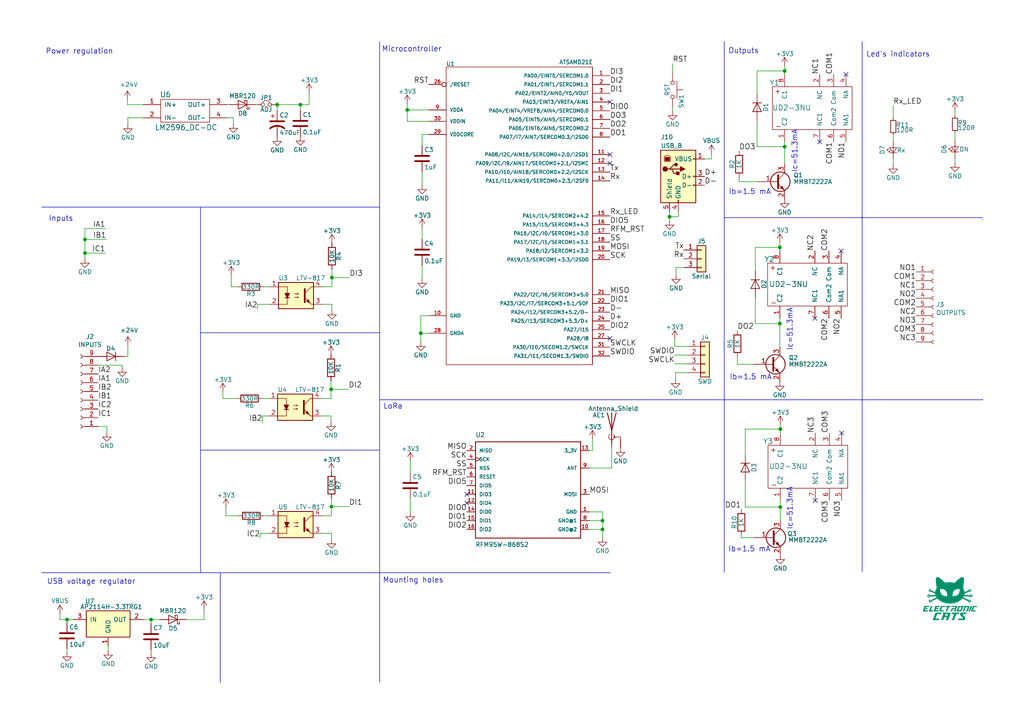
<source format=kicad_sch>
(kicad_sch (version 20230121) (generator eeschema)
  (paper "A4")
  (title_block (title "CatWAN Relay") (date "2020-10-18") (rev "1.0") (company "Electronic Cats") (comment 1 "Eduardo Contreras"))
  (junction (at 80.391 30.353))
  (junction (at 227.584 42.545))
  (junction (at 122.047 96.647))
  (junction (at 174.752 153.543))
  (junction (at 96.012 112.903))
  (junction (at 19.431 179.705))
  (junction (at 226.187 93.853))
  (junction (at 118.11 31.877))
  (junction (at 226.314 124.46))
  (junction (at 174.752 151.003))
  (junction (at 24.638 73.406))
  (junction (at 24.638 69.469))
  (junction (at 96.266 80.518))
  (junction (at 87.122 30.353))
  (junction (at 194.183 62.865))
  (junction (at 226.314 147.066))
  (junction (at 226.187 71.755))
  (junction (at 227.584 20.574))
  (junction (at 96.139 146.939))
  (junction (at 43.815 179.705))
  (no_connect (at 176.911 29.591))
  (no_connect (at 135.382 145.923))
  (no_connect (at 176.911 47.371))
  (no_connect (at 176.911 44.831))
  (no_connect (at 245.364 21.59))
  (no_connect (at 236.474 145.161))
  (no_connect (at 176.911 98.171))
  (no_connect (at 243.967 72.771))
  (no_connect (at 236.347 92.329))
  (no_connect (at 244.094 125.603))
  (no_connect (at 135.382 143.383))
  (no_connect (at 237.744 41.148))
  (wire (pts (xy 259.08 46.101) (xy 259.08 47.752)))
  (wire (pts (xy 215.011 155.956) (xy 215.011 155.321)))
  (wire (pts (xy 96.266 80.518) (xy 96.266 83.185)))
  (wire (pts (xy 170.942 135.763) (xy 177.419 135.763)))
  (wire (pts (xy 37.084 36.068) (xy 37.084 34.163)))
  (wire (pts (xy 216.154 131.826) (xy 216.154 124.46)))
  (wire (pts (xy 68.58 115.57) (xy 64.643 115.57)))
  (wire (pts (xy 36.957 30.353) (xy 41.529 30.353)))
  (wire (pts (xy 276.987 33.528) (xy 276.987 32.258)))
  (wire (pts (xy 67.691 35.941) (xy 67.691 34.163)))
  (wire (pts (xy 80.391 30.353) (xy 87.122 30.353)))
  (wire (pts (xy 30.988 125.476) (xy 30.988 123.698)))
  (polyline (pts (xy 284.988 63.754) (xy 284.988 63.627)))
  (wire (pts (xy 76.708 149.606) (xy 78.105 149.606)))
  (polyline (pts (xy 250.063 115.951) (xy 250.063 165.862)))
  (wire (pts (xy 122.428 66.04) (xy 122.428 69.342)))
  (polyline (pts (xy 250.063 12.065) (xy 250.063 115.824)))
  (wire (pts (xy 96.139 149.606) (xy 93.345 149.606)))
  (wire (pts (xy 174.752 153.543) (xy 174.752 155.956)))
  (wire (pts (xy 36.957 28.956) (xy 36.957 30.353)))
  (wire (pts (xy 36.068 103.378) (xy 37.084 103.378)))
  (wire (pts (xy 24.638 69.469) (xy 24.638 73.406)))
  (wire (pts (xy 276.987 40.767) (xy 276.987 38.608)))
  (wire (pts (xy 226.187 71.755) (xy 226.187 72.771)))
  (wire (pts (xy 96.266 83.185) (xy 93.472 83.185)))
  (wire (pts (xy 226.187 92.329) (xy 226.187 93.853)))
  (wire (pts (xy 76.073 120.65) (xy 77.978 120.65)))
  (wire (pts (xy 74.168 30.353) (xy 74.676 30.353)))
  (wire (pts (xy 21.209 179.705) (xy 19.431 179.705)))
  (wire (pts (xy 122.047 91.567) (xy 122.047 96.647)))
  (wire (pts (xy 226.314 147.066) (xy 226.314 150.876)))
  (wire (pts (xy 41.529 179.705) (xy 43.815 179.705)))
  (wire (pts (xy 67.056 79.756) (xy 67.056 83.185)))
  (wire (pts (xy 122.047 91.567) (xy 124.333 91.567)))
  (wire (pts (xy 87.122 30.353) (xy 87.122 32.004)))
  (wire (pts (xy 199.39 105.537) (xy 195.707 105.537)))
  (wire (pts (xy 196.723 61.341) (xy 196.723 62.865)))
  (wire (pts (xy 118.999 148.59) (xy 118.999 144.653)))
  (wire (pts (xy 219.075 93.853) (xy 226.187 93.853)))
  (wire (pts (xy 219.583 20.574) (xy 227.584 20.574)))
  (wire (pts (xy 77.978 115.57) (xy 76.2 115.57)))
  (wire (pts (xy 194.183 62.865) (xy 194.183 61.341)))
  (wire (pts (xy 219.583 42.545) (xy 227.584 42.545)))
  (wire (pts (xy 101.346 80.518) (xy 96.266 80.518)))
  (wire (pts (xy 74.676 88.265) (xy 78.232 88.265)))
  (wire (pts (xy 174.752 151.003) (xy 174.752 153.543)))
  (wire (pts (xy 227.584 19.177) (xy 227.584 20.574)))
  (wire (pts (xy 76.073 122.555) (xy 76.073 120.65)))
  (wire (pts (xy 195.707 102.997) (xy 199.39 102.997)))
  (wire (pts (xy 177.419 135.763) (xy 177.419 129.921)))
  (wire (pts (xy 35.433 106.68) (xy 35.433 105.918)))
  (wire (pts (xy 96.139 156.464) (xy 96.139 154.686)))
  (wire (pts (xy 69.088 149.606) (xy 65.532 149.606)))
  (wire (pts (xy 87.122 30.353) (xy 89.662 30.353)))
  (wire (pts (xy 226.314 124.46) (xy 226.314 125.603)))
  (wire (pts (xy 96.139 144.526) (xy 96.139 146.939)))
  (wire (pts (xy 64.643 115.57) (xy 64.643 113.665)))
  (wire (pts (xy 37.084 103.378) (xy 37.084 100.203)))
  (wire (pts (xy 219.583 27.305) (xy 219.583 20.574)))
  (wire (pts (xy 19.431 189.23) (xy 19.431 188.214)))
  (wire (pts (xy 171.831 127.381) (xy 171.831 130.683)))
  (wire (pts (xy 24.638 73.406) (xy 24.638 75.057)))
  (wire (pts (xy 195.072 18.415) (xy 195.072 20.955)))
  (wire (pts (xy 53.975 179.705) (xy 59.182 179.705)))
  (polyline (pts (xy 210.058 63.119) (xy 249.936 63.119)))
  (wire (pts (xy 96.266 88.265) (xy 93.472 88.265)))
  (polyline (pts (xy 110.109 115.951) (xy 284.988 115.951)))
  (wire (pts (xy 35.433 105.918) (xy 28.448 105.918)))
  (wire (pts (xy 37.084 34.163) (xy 41.529 34.163)))
  (wire (pts (xy 65.913 30.353) (xy 66.548 30.353)))
  (wire (pts (xy 227.584 42.545) (xy 227.584 47.625)))
  (wire (pts (xy 195.707 100.457) (xy 195.707 98.425)))
  (wire (pts (xy 80.391 30.353) (xy 80.391 32.131)))
  (polyline (pts (xy 110.109 96.52) (xy 58.166 96.52)))
  (wire (pts (xy 17.399 179.705) (xy 17.399 178.054)))
  (wire (pts (xy 214.376 52.705) (xy 214.376 51.435)))
  (wire (pts (xy 76.581 83.185) (xy 78.232 83.185)))
  (polyline (pts (xy 63.881 197.993) (xy 63.881 166.116)))
  (wire (pts (xy 259.08 30.607) (xy 259.08 34.163)))
  (wire (pts (xy 101.219 146.939) (xy 96.139 146.939)))
  (wire (pts (xy 43.815 179.705) (xy 46.355 179.705)))
  (wire (pts (xy 170.942 151.003) (xy 174.752 151.003)))
  (wire (pts (xy 276.987 45.847) (xy 276.987 47.244)))
  (wire (pts (xy 122.047 96.647) (xy 122.047 99.187)))
  (wire (pts (xy 118.11 35.179) (xy 124.333 35.179)))
  (wire (pts (xy 219.075 86.233) (xy 219.075 93.853)))
  (wire (pts (xy 195.072 32.258) (xy 195.072 31.115)))
  (wire (pts (xy 195.961 109.982) (xy 195.961 108.077)))
  (wire (pts (xy 96.012 120.65) (xy 93.218 120.65)))
  (wire (pts (xy 79.756 30.353) (xy 80.391 30.353)))
  (wire (pts (xy 30.988 123.698) (xy 28.448 123.698)))
  (wire (pts (xy 96.139 154.686) (xy 93.345 154.686)))
  (wire (pts (xy 124.333 31.877) (xy 118.11 31.877)))
  (wire (pts (xy 19.431 180.594) (xy 19.431 179.705)))
  (wire (pts (xy 219.075 71.755) (xy 226.187 71.755)))
  (wire (pts (xy 96.139 146.939) (xy 96.139 149.606)))
  (wire (pts (xy 216.154 124.46) (xy 226.314 124.46)))
  (wire (pts (xy 259.08 41.021) (xy 259.08 39.243)))
  (wire (pts (xy 75.438 154.686) (xy 78.105 154.686)))
  (wire (pts (xy 24.638 66.294) (xy 30.607 66.294)))
  (wire (pts (xy 226.314 123.19) (xy 226.314 124.46)))
  (polyline (pts (xy 58.166 60.071) (xy 58.166 166.116)))
  (wire (pts (xy 219.583 34.925) (xy 219.583 42.545)))
  (wire (pts (xy 170.942 153.543) (xy 174.752 153.543)))
  (wire (pts (xy 19.431 179.705) (xy 17.399 179.705)))
  (wire (pts (xy 75.438 156.083) (xy 75.438 154.686)))
  (wire (pts (xy 213.868 103.505) (xy 213.868 105.664)))
  (wire (pts (xy 194.183 64.008) (xy 194.183 62.865)))
  (wire (pts (xy 74.676 89.662) (xy 74.676 88.265)))
  (wire (pts (xy 174.752 148.463) (xy 174.752 151.003)))
  (wire (pts (xy 68.961 83.185) (xy 67.056 83.185)))
  (wire (pts (xy 196.088 79.756) (xy 196.088 77.597)))
  (wire (pts (xy 227.584 41.148) (xy 227.584 42.545)))
  (wire (pts (xy 30.861 69.469) (xy 24.638 69.469)))
  (wire (pts (xy 96.012 110.49) (xy 96.012 112.903)))
  (polyline (pts (xy 12.065 166.116) (xy 177.038 166.116)))
  (wire (pts (xy 218.694 155.956) (xy 215.011 155.956)))
  (wire (pts (xy 67.691 34.163) (xy 65.913 34.163)))
  (wire (pts (xy 216.154 139.446) (xy 216.154 147.066)))
  (wire (pts (xy 118.11 30.099) (xy 118.11 31.877)))
  (wire (pts (xy 195.961 108.077) (xy 199.39 108.077)))
  (wire (pts (xy 216.154 147.066) (xy 226.314 147.066)))
  (wire (pts (xy 199.39 100.457) (xy 195.707 100.457)))
  (wire (pts (xy 124.333 96.647) (xy 122.047 96.647)))
  (wire (pts (xy 65.532 149.606) (xy 65.532 147.193)))
  (wire (pts (xy 226.314 145.161) (xy 226.314 147.066)))
  (wire (pts (xy 43.815 189.484) (xy 43.815 188.468)))
  (wire (pts (xy 118.999 133.731) (xy 118.999 137.033)))
  (wire (pts (xy 219.075 78.613) (xy 219.075 71.755)))
  (wire (pts (xy 196.088 77.597) (xy 198.374 77.597)))
  (polyline (pts (xy 250.063 63.119) (xy 284.988 63.119)))
  (wire (pts (xy 226.187 93.853) (xy 226.187 100.584)))
  (polyline (pts (xy 249.936 63.119) (xy 249.936 62.992)))
  (wire (pts (xy 43.815 180.848) (xy 43.815 179.705)))
  (wire (pts (xy 122.428 42.164) (xy 122.428 38.989)))
  (wire (pts (xy 24.638 69.469) (xy 24.638 66.294)))
  (wire (pts (xy 31.369 187.325) (xy 31.369 188.722)))
  (wire (pts (xy 171.831 130.683) (xy 170.942 130.683)))
  (wire (pts (xy 96.266 78.105) (xy 96.266 80.518)))
  (wire (pts (xy 227.584 20.574) (xy 227.584 21.59)))
  (wire (pts (xy 89.662 30.353) (xy 89.662 26.797)))
  (wire (pts (xy 122.428 80.899) (xy 122.428 76.962)))
  (polyline (pts (xy 12.065 60.071) (xy 110.109 60.071)))
  (polyline (pts (xy 284.988 115.951) (xy 284.988 115.824)))
  (polyline (pts (xy 210.058 12.065) (xy 210.058 165.989)))
  (wire (pts (xy 196.723 62.865) (xy 194.183 62.865)))
  (wire (pts (xy 96.266 90.043) (xy 96.266 88.265)))
  (wire (pts (xy 174.752 148.463) (xy 170.942 148.463)))
  (wire (pts (xy 226.187 70.358) (xy 226.187 71.755)))
  (wire (pts (xy 96.012 112.903) (xy 96.012 115.57)))
  (wire (pts (xy 118.11 31.877) (xy 118.11 35.179)))
  (wire (pts (xy 122.428 38.989) (xy 124.333 38.989)))
  (polyline (pts (xy 109.982 130.556) (xy 58.166 130.556)))
  (wire (pts (xy 96.012 115.57) (xy 93.218 115.57)))
  (wire (pts (xy 206.375 44.577) (xy 206.375 46.101)))
  (wire (pts (xy 59.182 179.705) (xy 59.182 176.784)))
  (wire (pts (xy 30.607 73.406) (xy 24.638 73.406)))
  (wire (pts (xy 213.868 105.664) (xy 218.567 105.664)))
  (wire (pts (xy 101.092 112.903) (xy 96.012 112.903)))
  (polyline (pts (xy 110.109 12.065) (xy 110.109 197.866)))
  (wire (pts (xy 122.428 53.721) (xy 122.428 49.784)))
  (wire (pts (xy 219.964 52.705) (xy 214.376 52.705)))
  (wire (pts (xy 96.012 122.428) (xy 96.012 120.65)))
  (wire (pts (xy 206.375 46.101) (xy 204.343 46.101)))
  (image (at 275.463 173.609))
  (text "Ic=51.3mA" (at 229.997 153.797 90) (effects (font (size 1.524 1.524)) (justify left bottom)))
  (text "Power regulation" (at 13.208 15.875 0) (effects (font (size 1.524 1.524)) (justify left bottom)))
  (text "Inputs\n" (at 14.097 64.389 0) (effects (font (size 1.524 1.524)) (justify left bottom)))
  (text "Ib=1.5 mA " (at 211.201 160.274 0) (effects (font (size 1.524 1.524)) (justify left bottom)))
  (text "LoRa" (at 111.125 118.872 0) (effects (font (size 1.524 1.524)) (justify left bottom)))
  (text "Led's indicators" (at 251.206 16.764 0) (effects (font (size 1.524 1.524)) (justify left bottom)))
  (text "Outputs" (at 211.201 15.748 0) (effects (font (size 1.524 1.524)) (justify left bottom)))
  (text "Ic=51.3mA" (at 231.394 50.165 90) (effects (font (size 1.524 1.524)) (justify left bottom)))
  (text "Mounting holes" (at 110.998 169.291 0) (effects (font (size 1.524 1.524)) (justify left bottom)))
  (text "Microcontroller" (at 110.744 15.24 0) (effects (font (size 1.524 1.524)) (justify left bottom)))
  (text "Ic=51.3mA" (at 229.997 101.854 90) (effects (font (size 1.524 1.524)) (justify left bottom)))
  (text "Ib=1.5 mA " (at 211.328 56.642 0) (effects (font (size 1.524 1.524)) (justify left bottom)))
  (text "USB voltage regulator\n" (at 13.589 169.672 0) (effects (font (size 1.524 1.524)) (justify left bottom)))
  (text "Ib=1.5 mA " (at 211.582 110.363 0) (effects (font (size 1.524 1.524)) (justify left bottom)))
  (label "IB1" (at 28.448 116.078 0) (effects (font (size 1.524 1.524))))
  (label "DI1" (at 101.219 146.939 0) (effects (font (size 1.524 1.524))))
  (label "NC2" (at 265.684 91.567 180) (effects (font (size 1.524 1.524))))
  (label "MISO" (at 176.911 85.471 0) (effects (font (size 1.524 1.524))))
  (label "MISO" (at 135.382 130.683 180) (effects (font (size 1.524 1.524))))
  (label "MOSI" (at 176.911 72.771 0) (effects (font (size 1.524 1.524))))
  (label "SWCLK" (at 176.911 100.711 0) (effects (font (size 1.524 1.524))))
  (label "NC2" (at 236.347 72.771 90) (effects (font (size 1.524 1.524))))
  (label "DI2" (at 101.092 112.903 0) (effects (font (size 1.524 1.524))))
  (label "COM2" (at 265.684 89.027 180) (effects (font (size 1.524 1.524))))
  (label "DI2" (at 176.911 24.511 0) (effects (font (size 1.524 1.524))))
  (label "IA2" (at 28.448 108.458 0) (effects (font (size 1.524 1.524))))
  (label "IC2" (at 75.438 156.083 180) (effects (font (size 1.524 1.524))))
  (label "NC3" (at 265.684 99.187 180) (effects (font (size 1.524 1.524))))
  (label "NO2" (at 243.967 92.329 270) (effects (font (size 1.524 1.524))))
  (label "DIO1" (at 176.911 88.011 0) (effects (font (size 1.524 1.524))))
  (label "DO2" (at 176.911 37.211 0) (effects (font (size 1.524 1.524))))
  (label "IC1" (at 28.448 121.158 0) (effects (font (size 1.524 1.524))))
  (label "RFM_RST" (at 135.382 138.303 180) (effects (font (size 1.524 1.524))))
  (label "DI1" (at 176.911 27.051 0) (effects (font (size 1.524 1.524))))
  (label "Tx" (at 176.911 49.911 0) (effects (font (size 1.524 1.524))))
  (label "IB2" (at 76.073 122.555 180) (effects (font (size 1.524 1.524))))
  (label "DO3" (at 176.911 34.671 0) (effects (font (size 1.524 1.524))))
  (label "IA1" (at 28.448 110.998 0) (effects (font (size 1.524 1.524))))
  (label "DI3" (at 176.911 21.971 0) (effects (font (size 1.524 1.524))))
  (label "NO1" (at 265.684 78.867 180) (effects (font (size 1.524 1.524))))
  (label "SS" (at 135.382 135.763 180) (effects (font (size 1.524 1.524))))
  (label "DO3" (at 214.376 43.815 0) (effects (font (size 1.524 1.524))))
  (label "DIO1" (at 135.382 151.003 180) (effects (font (size 1.524 1.524))))
  (label "NO1" (at 245.364 41.148 270) (effects (font (size 1.524 1.524))))
  (label "D+" (at 204.343 51.181 0) (effects (font (size 1.524 1.524))))
  (label "IC1" (at 30.607 73.406 180) (effects (font (size 1.524 1.524))))
  (label "DIO5" (at 176.911 65.151 0) (effects (font (size 1.524 1.524))))
  (label "DIO0" (at 176.911 32.131 0) (effects (font (size 1.524 1.524))))
  (label "DO1" (at 176.911 39.751 0) (effects (font (size 1.524 1.524))))
  (label "NO3" (at 265.684 94.107 180) (effects (font (size 1.524 1.524))))
  (label "COM3" (at 240.538 125.603 90) (effects (font (size 1.524 1.524))))
  (label "NO2" (at 265.684 86.487 180) (effects (font (size 1.524 1.524))))
  (label "SCK" (at 176.911 75.311 0) (effects (font (size 1.524 1.524))))
  (label "DO2" (at 213.868 95.885 0) (effects (font (size 1.524 1.524))))
  (label "SS" (at 176.911 70.231 0) (effects (font (size 1.524 1.524))))
  (label "D-" (at 204.343 53.721 0) (effects (font (size 1.524 1.524))))
  (label "SCK" (at 135.382 133.223 180) (effects (font (size 1.524 1.524))))
  (label "RST" (at 124.333 24.511 180) (effects (font (size 1.524 1.524))))
  (label "NC1" (at 265.684 83.947 180) (effects (font (size 1.524 1.524))))
  (label "IB1" (at 30.861 69.469 180) (effects (font (size 1.524 1.524))))
  (label "Rx_LED" (at 176.911 62.611 0) (effects (font (size 1.524 1.524))))
  (label "RFM_RST" (at 176.911 67.691 0) (effects (font (size 1.524 1.524))))
  (label "COM1" (at 265.684 81.407 180) (effects (font (size 1.524 1.524))))
  (label "Rx" (at 176.911 52.451 0) (effects (font (size 1.524 1.524))))
  (label "SWDIO" (at 195.707 102.997 180) (effects (font (size 1.524 1.524))))
  (label "NC3" (at 236.474 125.603 90) (effects (font (size 1.524 1.524))))
  (label "DIO0" (at 135.382 148.463 180) (effects (font (size 1.524 1.524))))
  (label "DIO2" (at 176.911 95.631 0) (effects (font (size 1.524 1.524))))
  (label "Rx_LED" (at 259.08 30.607 0) (effects (font (size 1.524 1.524))))
  (label "IB2" (at 28.448 113.538 0) (effects (font (size 1.524 1.524))))
  (label "Tx" (at 198.374 72.517 180) (effects (font (size 1.524 1.524))))
  (label "IA2" (at 74.676 89.662 180) (effects (font (size 1.524 1.524))))
  (label "DO1" (at 215.011 147.701 180) (effects (font (size 1.524 1.524))))
  (label "COM2" (at 240.411 72.771 90) (effects (font (size 1.524 1.524))))
  (label "IC2" (at 28.448 118.618 0) (effects (font (size 1.524 1.524))))
  (label "Rx" (at 198.374 75.057 180) (effects (font (size 1.524 1.524))))
  (label "COM2" (at 240.411 92.329 270) (effects (font (size 1.524 1.524))))
  (label "COM3" (at 265.684 96.647 180) (effects (font (size 1.524 1.524))))
  (label "NO3" (at 244.094 145.161 270) (effects (font (size 1.524 1.524))))
  (label "D+" (at 176.911 93.091 0) (effects (font (size 1.524 1.524))))
  (label "RST" (at 195.072 18.415 0) (effects (font (size 1.524 1.524))))
  (label "SWDIO" (at 176.911 103.251 0) (effects (font (size 1.524 1.524))))
  (label "SWCLK" (at 195.707 105.537 180) (effects (font (size 1.524 1.524))))
  (label "MOSI" (at 170.942 143.383 0) (effects (font (size 1.524 1.524))))
  (label "NC1" (at 237.744 21.59 90) (effects (font (size 1.524 1.524))))
  (label "IA1" (at 30.607 66.294 180) (effects (font (size 1.524 1.524))))
  (label "COM3" (at 240.538 145.161 270) (effects (font (size 1.524 1.524))))
  (label "DIO5" (at 135.382 140.843 180) (effects (font (size 1.524 1.524))))
  (label "DIO2" (at 135.382 153.543 180) (effects (font (size 1.524 1.524))))
  (label "COM1" (at 241.808 41.148 270) (effects (font (size 1.524 1.524))))
  (label "DI3" (at 101.346 80.518 0) (effects (font (size 1.524 1.524))))
  (label "D-" (at 176.911 90.551 0) (effects (font (size 1.524 1.524))))
  (label "COM1" (at 241.808 21.59 90) (effects (font (size 1.524 1.524))))
  (symbol (lib_id "CatWAN-Relay-rescue:SW_Push-agroin-rescue") (at 195.072 26.035 270) (unit 1)
    (property "Reference" "SW1" (at 197.612 27.305 0) (effects (justify left)))
    (property "Value" "RST" (at 193.548 26.035 0))
    (property "Footprint" "Button_Switch_SMD:SW_SPST_TL3342" (effects hide))
    (property "manf#" "-" (effects hide))
  )
  (symbol (lib_id "CatWAN-Relay-rescue:GND-agroin-rescue") (at 195.072 32.258 0) (unit 1)
    (property "Reference" "#PWR01" (effects hide))
    (property "Value" "GND" (at 195.072 36.068 0))
  )
  (symbol (lib_id "CatWAN-Relay-rescue:GND-agroin-rescue") (at 122.047 99.187 0) (unit 1)
    (property "Reference" "#PWR02" (effects hide))
    (property "Value" "GND" (at 122.047 102.997 0))
  )
  (symbol (lib_id "CatWAN-Relay-rescue:C-agroin-rescue") (at 87.122 35.814 0) (unit 1)
    (property "Reference" "C1" (at 87.757 33.274 0) (effects (justify left)))
    (property "Value" "0.1uF" (at 87.757 38.354 0) (effects (justify left)))
    (property "Footprint" "Capacitor_SMD:C_0805_2012Metric_Pad1.15x1.40mm_HandSolder" (effects hide))
    (property "manf#" "885012207072" (effects hide))
  )
  (symbol (lib_id "CatWAN-Relay-rescue:GND-agroin-rescue") (at 67.691 35.941 0) (unit 1)
    (property "Reference" "#PWR03" (effects hide))
    (property "Value" "GND" (at 67.691 39.751 0))
  )
  (symbol (lib_id "CatWAN-Relay-rescue:GND-agroin-rescue") (at 87.122 39.624 0) (unit 1)
    (property "Reference" "#PWR04" (effects hide))
    (property "Value" "GND" (at 87.122 43.434 0))
  )
  (symbol (lib_id "CatWAN-Relay-rescue:MMBT2222A-agroin-rescue") (at 225.044 52.705 0) (unit 1)
    (property "Reference" "Q1" (at 230.124 50.8 0) (effects (justify left)))
    (property "Value" "MMBT2222A" (at 230.124 52.705 0) (effects (justify left)))
    (property "Footprint" "Package_TO_SOT_SMD:SOT-23" (effects hide))
    (property "Datasheet" "https://www.mouser.mx/datasheet/2/308/MMBT2222LT1-D-1292996.pdf" (effects hide))
    (property "manf#" "MMBT2222A" (effects hide))
  )
  (symbol (lib_id "CatWAN-Relay-rescue:CP1-agroin-rescue") (at 80.391 35.941 0) (unit 1)
    (property "Reference" "C2" (at 81.026 33.401 0) (effects (justify left)))
    (property "Value" "470uF" (at 81.026 38.481 0) (effects (justify left)))
    (property "Footprint" "Capacitor_SMD:C_Elec_6.3x7.7" (effects hide))
    (property "manf#" "UUR0G471MCL1GS" (effects hide))
  )
  (symbol (lib_id "CatWAN-Relay-rescue:GND-agroin-rescue") (at 80.391 39.751 0) (unit 1)
    (property "Reference" "#PWR05" (effects hide))
    (property "Value" "GND" (at 80.391 43.561 0))
  )
  (symbol (lib_id "CatWAN-Relay-rescue:Jumper_NC_Small-agroin-rescue") (at 77.216 30.353 0) (unit 1)
    (property "Reference" "JP1" (at 77.216 28.321 0))
    (property "Value" "ADJ" (at 77.216 31.75 0))
    (property "Footprint" "Connector_PinHeader_2.54mm:PinHeader_1x02_P2.54mm_Vertical" (effects hide))
  )
  (symbol (lib_id "CatWAN-Relay-rescue:FM4007W-W-agroin-rescue") (at 219.583 31.115 270) (unit 1)
    (property "Reference" "D1" (at 222.123 31.115 0))
    (property "Value" "FM4007W-W" (effects hide))
    (property "Footprint" "agroin:F4007" (effects hide))
    (property "Datasheet" "https://www.mouser.mx/datasheet/2/345/fm4001-fm4007-1113844.pdf" (effects hide))
    (property "manf#" "FM4007W-W" (effects hide))
  )
  (symbol (lib_id "CatWAN-Relay-rescue:+3.3V-agroin-rescue") (at 89.662 26.797 0) (unit 1)
    (property "Reference" "#PWR06" (effects hide))
    (property "Value" "+3.3V" (at 89.662 23.241 0))
  )
  (symbol (lib_id "CatWAN-Relay-rescue:C-agroin-rescue") (at 122.428 73.152 0) (unit 1)
    (property "Reference" "C4" (at 123.063 70.612 0) (effects (justify left)))
    (property "Value" "0.1uF" (at 123.063 75.692 0) (effects (justify left)))
    (property "Footprint" "Capacitor_SMD:C_0805_2012Metric_Pad1.15x1.40mm_HandSolder" (effects hide))
    (property "manf#" "885012207072" (effects hide))
  )
  (symbol (lib_id "CatWAN-Relay-rescue:+3.3V-agroin-rescue") (at 122.428 66.04 0) (unit 1)
    (property "Reference" "#PWR07" (effects hide))
    (property "Value" "+3.3V" (at 122.428 62.484 0))
  )
  (symbol (lib_id "CatWAN-Relay-rescue:GND-agroin-rescue") (at 122.428 80.899 0) (unit 1)
    (property "Reference" "#PWR08" (effects hide))
    (property "Value" "GND" (at 122.428 84.709 0))
  )
  (symbol (lib_id "CatWAN-Relay-rescue:+3.3V-agroin-rescue") (at 171.831 127.381 0) (unit 1)
    (property "Reference" "#PWR09" (effects hide))
    (property "Value" "+3.3V" (at 171.831 123.825 0))
  )
  (symbol (lib_id "CatWAN-Relay-rescue:GND-agroin-rescue") (at 174.752 155.956 0) (unit 1)
    (property "Reference" "#PWR010" (effects hide))
    (property "Value" "GND" (at 174.752 159.766 0))
  )
  (symbol (lib_id "CatWAN-Relay-rescue:C-agroin-rescue") (at 118.999 140.843 0) (unit 1)
    (property "Reference" "C5" (at 119.634 138.303 0) (effects (justify left)))
    (property "Value" "0.1uF" (at 119.634 143.383 0) (effects (justify left)))
    (property "Footprint" "Capacitor_SMD:C_0805_2012Metric_Pad1.15x1.40mm_HandSolder" (effects hide))
    (property "manf#" "885012207072" (effects hide))
  )
  (symbol (lib_id "CatWAN-Relay-rescue:+3.3V-agroin-rescue") (at 118.999 133.731 0) (unit 1)
    (property "Reference" "#PWR011" (effects hide))
    (property "Value" "+3.3V" (at 118.999 130.175 0))
  )
  (symbol (lib_id "CatWAN-Relay-rescue:GND-agroin-rescue") (at 118.999 148.59 0) (unit 1)
    (property "Reference" "#PWR012" (effects hide))
    (property "Value" "GND" (at 118.999 152.4 0))
  )
  (symbol (lib_id "CatWAN-Relay-rescue:RFM95W-868S2-agroin-rescue") (at 153.162 140.843 0) (unit 1)
    (property "Reference" "U2" (at 137.8966 126.8476 0) (effects (justify left bottom)))
    (property "Value" "RFM95W-868S2" (at 137.8712 158.6738 0) (effects (justify left bottom)))
    (property "Footprint" "agroin:RFM95W" (effects hide))
    (property "Datasheet" "SMD-16 Hope Microelectronics" (effects hide))
  )
  (symbol (lib_id "CatWAN-Relay-rescue:+3.3V-agroin-rescue") (at 118.11 30.099 0) (unit 1)
    (property "Reference" "#PWR013" (effects hide))
    (property "Value" "+3.3V" (at 118.11 26.543 0))
  )
  (symbol (lib_id "CatWAN-Relay-rescue:LTV-817-agroin-rescue") (at 85.852 85.725 0) (unit 1)
    (property "Reference" "U3" (at 80.772 80.645 0) (effects (justify left)))
    (property "Value" "LTV-817" (at 85.852 80.645 0) (effects (justify left)))
    (property "Footprint" "Package_DIP:DIP-4_W7.62mm_Socket" (effects hide))
    (property "manf#" "LTV-817" (effects hide))
  )
  (symbol (lib_id "CatWAN-Relay-rescue:R-agroin-rescue") (at 72.771 83.185 270) (unit 1)
    (property "Reference" "R3" (at 72.771 85.217 90))
    (property "Value" "330R" (at 72.771 83.185 90))
    (property "Footprint" "Resistor_SMD:R_0805_2012Metric_Pad1.15x1.40mm_HandSolder" (effects hide))
    (property "manf#" "CRCW08052K20FKEB" (effects hide))
  )
  (symbol (lib_id "CatWAN-Relay-rescue:+3.3V-agroin-rescue") (at 96.266 70.485 0) (unit 1)
    (property "Reference" "#PWR017" (effects hide))
    (property "Value" "+3.3V" (at 96.266 66.929 0))
  )
  (symbol (lib_id "CatWAN-Relay-rescue:R-agroin-rescue") (at 96.266 74.295 0) (unit 1)
    (property "Reference" "R4" (at 98.298 74.295 90))
    (property "Value" "10K" (at 96.266 74.295 90))
    (property "Footprint" "Resistor_SMD:R_0805_2012Metric_Pad1.15x1.40mm_HandSolder" (effects hide))
    (property "manf#" "RC0402FR-1010KL" (effects hide))
  )
  (symbol (lib_id "CatWAN-Relay-rescue:GND-agroin-rescue") (at 96.266 90.043 0) (unit 1)
    (property "Reference" "#PWR018" (effects hide))
    (property "Value" "GND" (at 96.266 93.853 0))
  )
  (symbol (lib_id "CatWAN-Relay-rescue:UD2-3NU-agroin-rescue") (at 224.028 25.146 0) (unit 1)
    (property "Reference" "Y1" (at 224.663 24.003 0) (effects (font (size 1.524 1.524))))
    (property "Value" "UD2-3NU" (at 229.616 31.242 0) (effects (font (size 1.524 1.524))))
    (property "Footprint" "agroin:UD2-3NU" (effects hide))
    (property "manf#" "UD2-3NU" (effects hide))
  )
  (symbol (lib_id "CatWAN-Relay-rescue:+3.3V-agroin-rescue") (at 227.584 19.177 0) (unit 1)
    (property "Reference" "#PWR019" (effects hide))
    (property "Value" "+3.3V" (at 227.584 15.621 0))
  )
  (symbol (lib_id "CatWAN-Relay-rescue:ATSAMD21E-agroin-rescue") (at 141.351 62.611 0) (unit 1)
    (property "Reference" "U1" (at 129.413 19.177 0) (effects (font (size 1.143 1.143)) (justify left bottom)))
    (property "Value" "ATSAMD21E" (at 162.179 18.669 0) (effects (font (size 1.143 1.143)) (justify left bottom)))
    (property "Footprint" "Package_QFP:TQFP-32_7x7mm_P0.8mm" (effects hide))
    (property "manf#" "ATSAMD21E15B-AUT" (effects hide))
  )
  (symbol (lib_id "CatWAN-Relay-rescue:R-agroin-rescue") (at 214.376 47.625 180) (unit 1)
    (property "Reference" "R2" (at 212.344 47.625 90))
    (property "Value" "1K" (at 214.376 47.625 90))
    (property "Footprint" "Resistor_SMD:R_0805_2012Metric_Pad1.15x1.40mm_HandSolder" (effects hide))
    (property "manf#" "RC0805FR-071KL" (effects hide))
  )
  (symbol (lib_id "CatWAN-Relay-rescue:MMBT2222A-agroin-rescue") (at 223.647 105.664 0) (unit 1)
    (property "Reference" "Q2" (at 228.727 103.759 0) (effects (justify left)))
    (property "Value" "MMBT2222A" (at 228.727 105.664 0) (effects (justify left)))
    (property "Footprint" "Package_TO_SOT_SMD:SOT-23" (effects hide))
    (property "Datasheet" "https://www.mouser.mx/datasheet/2/308/MMBT2222LT1-D-1292996.pdf" (effects hide))
    (property "manf#" "MMBT2222A" (effects hide))
  )
  (symbol (lib_id "CatWAN-Relay-rescue:FM4007W-W-agroin-rescue") (at 219.075 82.423 270) (unit 1)
    (property "Reference" "D2" (at 221.615 82.423 0))
    (property "Value" "FM4007W-W" (effects hide))
    (property "Footprint" "agroin:F4007" (effects hide))
    (property "Datasheet" "https://www.mouser.mx/datasheet/2/345/fm4001-fm4007-1113844.pdf" (effects hide))
    (property "manf#" "FM4007W-W" (effects hide))
  )
  (symbol (lib_id "CatWAN-Relay-rescue:UD2-3NU-agroin-rescue") (at 222.631 76.327 0) (unit 1)
    (property "Reference" "Y2" (at 223.139 75.184 0) (effects (font (size 1.524 1.524))))
    (property "Value" "UD2-3NU" (at 228.727 82.423 0) (effects (font (size 1.524 1.524))))
    (property "Footprint" "agroin:UD2-3NU" (effects hide))
    (property "manf#" "UD2-3NU" (effects hide))
  )
  (symbol (lib_id "CatWAN-Relay-rescue:+3.3V-agroin-rescue") (at 226.187 70.358 0) (unit 1)
    (property "Reference" "#PWR020" (effects hide))
    (property "Value" "+3.3V" (at 226.187 66.802 0))
  )
  (symbol (lib_id "CatWAN-Relay-rescue:R-agroin-rescue") (at 213.868 99.695 180) (unit 1)
    (property "Reference" "R5" (at 211.836 99.695 90))
    (property "Value" "1K" (at 213.868 99.695 90))
    (property "Footprint" "Resistor_SMD:R_0805_2012Metric_Pad1.15x1.40mm_HandSolder" (effects hide))
    (property "manf#" "RC0805FR-071KL" (effects hide))
  )
  (symbol (lib_id "CatWAN-Relay-rescue:MMBT2222A-agroin-rescue") (at 223.774 155.956 0) (unit 1)
    (property "Reference" "Q3" (at 228.346 154.813 0) (effects (justify left)))
    (property "Value" "MMBT2222A" (at 228.6 156.591 0) (effects (justify left)))
    (property "Footprint" "Package_TO_SOT_SMD:SOT-23" (effects hide))
    (property "Datasheet" "https://www.mouser.mx/datasheet/2/308/MMBT2222LT1-D-1292996.pdf" (effects hide))
    (property "manf#" "MMBT2222A" (effects hide))
  )
  (symbol (lib_id "CatWAN-Relay-rescue:FM4007W-W-agroin-rescue") (at 216.154 135.636 270) (unit 1)
    (property "Reference" "D3" (at 218.694 135.636 0))
    (property "Value" "FM4007W-W" (effects hide))
    (property "Footprint" "agroin:F4007" (effects hide))
    (property "Datasheet" "https://www.mouser.mx/datasheet/2/345/fm4001-fm4007-1113844.pdf" (effects hide))
    (property "manf#" "FM4007W-W" (effects hide))
  )
  (symbol (lib_id "CatWAN-Relay-rescue:UD2-3NU-agroin-rescue") (at 222.758 129.159 0) (unit 1)
    (property "Reference" "Y3" (at 222.758 128.016 0) (effects (font (size 1.524 1.524))))
    (property "Value" "UD2-3NU" (at 228.6 135.255 0) (effects (font (size 1.524 1.524))))
    (property "Footprint" "agroin:UD2-3NU" (effects hide))
    (property "manf#" "UD2-3NU" (effects hide))
  )
  (symbol (lib_id "CatWAN-Relay-rescue:+3.3V-agroin-rescue") (at 226.314 123.19 0) (unit 1)
    (property "Reference" "#PWR021" (effects hide))
    (property "Value" "+3.3V" (at 226.314 119.634 0))
  )
  (symbol (lib_id "CatWAN-Relay-rescue:R-agroin-rescue") (at 215.011 151.511 180) (unit 1)
    (property "Reference" "R10" (at 212.979 151.511 90))
    (property "Value" "1K" (at 215.011 151.511 90))
    (property "Footprint" "Resistor_SMD:R_0805_2012Metric_Pad1.15x1.40mm_HandSolder" (effects hide))
    (property "manf#" "RC0805FR-071KL" (effects hide))
  )
  (symbol (lib_id "CatWAN-Relay-rescue:C-agroin-rescue") (at 122.428 45.974 0) (unit 1)
    (property "Reference" "C3" (at 123.063 43.434 0) (effects (justify left)))
    (property "Value" "1uF" (at 123.063 48.514 0) (effects (justify left)))
    (property "Footprint" "Capacitor_SMD:C_0805_2012Metric_Pad1.15x1.40mm_HandSolder" (effects hide))
    (property "manf#" "GRM21BC80J106KE19L" (effects hide))
  )
  (symbol (lib_id "CatWAN-Relay-rescue:GND-agroin-rescue") (at 122.428 53.721 0) (unit 1)
    (property "Reference" "#PWR025" (effects hide))
    (property "Value" "GND" (at 122.428 57.531 0))
  )
  (symbol (lib_id "CatWAN-Relay-rescue:GND-agroin-rescue") (at 227.584 57.785 0) (unit 1)
    (property "Reference" "#PWR022" (effects hide))
    (property "Value" "GND" (at 227.584 61.595 0))
  )
  (symbol (lib_id "CatWAN-Relay-rescue:GND-agroin-rescue") (at 226.187 110.744 0) (unit 1)
    (property "Reference" "#PWR023" (effects hide))
    (property "Value" "GND" (at 226.187 114.554 0))
  )
  (symbol (lib_id "CatWAN-Relay-rescue:Conn_01x04-agroin-rescue") (at 204.47 102.997 0) (unit 1)
    (property "Reference" "J4" (at 204.47 97.917 0))
    (property "Value" "SWD" (at 204.47 110.617 0))
    (property "Footprint" "Connector_PinHeader_2.54mm:PinHeader_1x04_P2.54mm_Vertical" (effects hide))
  )
  (symbol (lib_id "CatWAN-Relay-rescue:GND-agroin-rescue") (at 226.314 161.036 0) (unit 1)
    (property "Reference" "#PWR024" (effects hide))
    (property "Value" "GND" (at 226.314 164.846 0))
  )
  (symbol (lib_id "CatWAN-Relay-rescue:GND-agroin-rescue") (at 196.088 79.756 0) (unit 1)
    (property "Reference" "#PWR026" (effects hide))
    (property "Value" "GND" (at 196.088 83.566 0))
  )
  (symbol (lib_id "CatWAN-Relay-rescue:+3.3V-agroin-rescue") (at 195.707 98.425 0) (unit 1)
    (property "Reference" "#PWR027" (effects hide))
    (property "Value" "+3.3V" (at 195.707 94.869 0))
  )
  (symbol (lib_id "CatWAN-Relay-rescue:Conn_01x03-agroin-rescue") (at 203.454 75.057 0) (unit 1)
    (property "Reference" "J5" (at 203.454 69.977 0))
    (property "Value" "Serial" (at 203.454 80.137 0))
    (property "Footprint" "Connector_PinHeader_2.54mm:PinHeader_1x03_P2.54mm_Vertical" (effects hide))
  )
  (symbol (lib_id "CatWAN-Relay-rescue:FM4007W-W-agroin-rescue") (at 32.258 103.378 180) (unit 1)
    (property "Reference" "D4" (at 32.131 101.092 0))
    (property "Value" "FM4007W-W" (effects hide))
    (property "Footprint" "Diode_SMD:D_SOD-123" (effects hide))
    (property "Datasheet" "https://www.mouser.mx/datasheet/2/345/fm4001-fm4007-1113844.pdf" (effects hide))
    (property "manf#" "FM4007W-W" (effects hide))
  )
  (symbol (lib_id "CatWAN-Relay-rescue:Antenna_Shield-agroin-rescue") (at 177.419 124.841 0) (unit 1)
    (property "Reference" "AE1" (at 175.514 120.396 0) (effects (justify right)))
    (property "Value" "Antenna_Shield" (at 185.166 118.491 0) (effects (justify right)))
    (property "Footprint" "Connectors:MOLEX_1661" (effects hide))
  )
  (symbol (lib_id "CatWAN-Relay-rescue:GND-agroin-rescue") (at 179.959 129.921 0) (unit 1)
    (property "Reference" "#PWR028" (effects hide))
    (property "Value" "GND" (at 179.959 133.731 0))
  )
  (symbol (lib_id "CatWAN-Relay-rescue:LTV-817-agroin-rescue") (at 85.598 118.11 0) (unit 1)
    (property "Reference" "U4" (at 80.518 113.03 0) (effects (justify left)))
    (property "Value" "LTV-817" (at 85.598 113.03 0) (effects (justify left)))
    (property "Footprint" "Package_DIP:DIP-4_W7.62mm_Socket" (effects hide))
    (property "manf#" "LTV-817" (effects hide))
  )
  (symbol (lib_id "CatWAN-Relay-rescue:R-agroin-rescue") (at 72.39 115.57 270) (unit 1)
    (property "Reference" "R6" (at 72.39 117.602 90))
    (property "Value" "330R" (at 72.39 115.57 90))
    (property "Footprint" "Resistor_SMD:R_0805_2012Metric_Pad1.15x1.40mm_HandSolder" (effects hide))
    (property "manf#" "CRCW08052K20FKEB" (effects hide))
  )
  (symbol (lib_id "CatWAN-Relay-rescue:+3.3V-agroin-rescue") (at 96.012 102.87 0) (unit 1)
    (property "Reference" "#PWR029" (effects hide))
    (property "Value" "+3.3V" (at 96.012 99.314 0))
  )
  (symbol (lib_id "CatWAN-Relay-rescue:R-agroin-rescue") (at 96.012 106.68 0) (unit 1)
    (property "Reference" "R1" (at 98.044 106.68 90))
    (property "Value" "10K" (at 96.012 106.68 90))
    (property "Footprint" "Resistor_SMD:R_0805_2012Metric_Pad1.15x1.40mm_HandSolder" (effects hide))
    (property "manf#" "RC0402FR-1010KL" (effects hide))
  )
  (symbol (lib_id "CatWAN-Relay-rescue:GND-agroin-rescue") (at 96.012 122.428 0) (unit 1)
    (property "Reference" "#PWR030" (effects hide))
    (property "Value" "GND" (at 96.012 126.238 0))
  )
  (symbol (lib_id "CatWAN-Relay-rescue:LTV-817-agroin-rescue") (at 85.725 152.146 0) (unit 1)
    (property "Reference" "U5" (at 80.645 147.066 0) (effects (justify left)))
    (property "Value" "LTV-817" (at 85.725 147.066 0) (effects (justify left)))
    (property "Footprint" "Package_DIP:DIP-4_W7.62mm_Socket" (effects hide))
    (property "manf#" "LTV-817" (effects hide))
  )
  (symbol (lib_id "CatWAN-Relay-rescue:R-agroin-rescue") (at 72.898 149.606 270) (unit 1)
    (property "Reference" "R8" (at 72.898 151.638 90))
    (property "Value" "330R" (at 72.898 149.606 90))
    (property "Footprint" "Resistor_SMD:R_0805_2012Metric_Pad1.15x1.40mm_HandSolder" (effects hide))
    (property "manf#" "CRCW08052K20FKEB" (effects hide))
  )
  (symbol (lib_id "CatWAN-Relay-rescue:+3.3V-agroin-rescue") (at 96.139 136.906 0) (unit 1)
    (property "Reference" "#PWR031" (effects hide))
    (property "Value" "+3.3V" (at 96.139 133.35 0))
  )
  (symbol (lib_id "CatWAN-Relay-rescue:R-agroin-rescue") (at 96.139 140.716 0) (unit 1)
    (property "Reference" "R7" (at 98.171 140.716 90))
    (property "Value" "10K" (at 96.139 140.716 90))
    (property "Footprint" "Resistor_SMD:R_0805_2012Metric_Pad1.15x1.40mm_HandSolder" (effects hide))
    (property "manf#" "RC0402FR-1010KL" (effects hide))
  )
  (symbol (lib_id "CatWAN-Relay-rescue:GND-agroin-rescue") (at 96.139 156.464 0) (unit 1)
    (property "Reference" "#PWR032" (effects hide))
    (property "Value" "GND" (at 96.139 160.274 0))
  )
  (symbol (lib_id "CatWAN-Relay-rescue:GND-agroin-rescue") (at 195.961 109.982 0) (unit 1)
    (property "Reference" "#PWR033" (effects hide))
    (property "Value" "GND" (at 195.961 113.792 0))
  )
  (symbol (lib_id "CatWAN-Relay-rescue:LM2596_DC-DC-agroin-rescue") (at 45.339 26.543 0) (unit 1)
    (property "Reference" "U6" (at 48.006 27.432 0) (effects (font (size 1.524 1.524))))
    (property "Value" "LM2596_DC-DC" (at 53.975 36.957 0) (effects (font (size 1.524 1.524))))
    (property "Footprint" "agroin:LM2596DC-DC" (effects hide))
  )
  (symbol (lib_id "CatWAN-Relay-rescue:GND-agroin-rescue") (at 37.084 36.068 0) (unit 1)
    (property "Reference" "#PWR034" (effects hide))
    (property "Value" "GND" (at 37.084 39.878 0))
  )
  (symbol (lib_id "CatWAN-Relay-rescue:GND-agroin-rescue") (at 24.638 75.057 0) (unit 1)
    (property "Reference" "#PWR036" (effects hide))
    (property "Value" "GND" (at 24.638 78.867 0))
  )
  (symbol (lib_id "CatWAN-Relay-rescue:GND-agroin-rescue") (at 194.183 64.008 0) (unit 1)
    (property "Reference" "#PWR037" (effects hide))
    (property "Value" "GND" (at 194.183 67.818 0))
  )
  (symbol (lib_id "CatWAN-Relay-rescue:VBUS-agroin-rescue") (at 206.375 44.577 0) (unit 1)
    (property "Reference" "#PWR038" (effects hide))
    (property "Value" "VBUS" (at 206.375 40.767 0))
  )
  (symbol (lib_id "CatWAN-Relay-rescue:AP2114H-3.3TRG1-agroin-rescue") (at 31.369 180.975 0) (unit 1)
    (property "Reference" "U7" (at 26.035 174.371 0))
    (property "Value" "AP2114H-3.3TRG1" (at 23.241 176.022 0) (effects (justify left)))
    (property "Footprint" "Package_TO_SOT_SMD:SOT-223-3_TabPin2" (effects hide))
    (property "manf#" "AP2114H-3.3TRG1" (effects hide))
  )
  (symbol (lib_id "CatWAN-Relay-rescue:VBUS-agroin-rescue") (at 17.399 178.054 0) (unit 1)
    (property "Reference" "#PWR039" (effects hide))
    (property "Value" "VBUS" (at 17.399 174.244 0))
  )
  (symbol (lib_id "CatWAN-Relay-rescue:MBR0520LT-agroin-rescue") (at 50.165 179.705 180) (unit 1)
    (property "Reference" "D5" (at 50.165 182.245 0))
    (property "Value" "MBR120" (at 50.165 177.165 0))
    (property "Footprint" "Diode_SMD:D_SOD-123" (effects hide))
    (property "manf#" "MBR120VLSFT3G" (effects hide))
  )
  (symbol (lib_id "CatWAN-Relay-rescue:GND-agroin-rescue") (at 31.369 188.722 0) (unit 1)
    (property "Reference" "#PWR040" (effects hide))
    (property "Value" "GND" (at 31.369 192.532 0))
  )
  (symbol (lib_id "CatWAN-Relay-rescue:C-agroin-rescue") (at 43.815 184.658 0) (unit 1)
    (property "Reference" "C7" (at 44.45 182.118 0) (effects (justify left)))
    (property "Value" "10uF" (at 44.45 187.198 0) (effects (justify left)))
    (property "Footprint" "Capacitor_SMD:C_0805_2012Metric_Pad1.15x1.40mm_HandSolder" (effects hide))
    (property "manf#" "GRM21BC80J106KE19L" (effects hide))
  )
  (symbol (lib_id "CatWAN-Relay-rescue:C-agroin-rescue") (at 19.431 184.404 0) (unit 1)
    (property "Reference" "C6" (at 20.066 181.864 0) (effects (justify left)))
    (property "Value" "10uF" (at 20.066 186.944 0) (effects (justify left)))
    (property "Footprint" "Capacitor_SMD:C_0805_2012Metric_Pad1.15x1.40mm_HandSolder" (effects hide))
    (property "manf#" "GRM21BC80J106KE19L" (effects hide))
  )
  (symbol (lib_id "CatWAN-Relay-rescue:GND-agroin-rescue") (at 19.431 189.23 0) (unit 1)
    (property "Reference" "#PWR041" (effects hide))
    (property "Value" "GND" (at 19.431 193.04 0))
  )
  (symbol (lib_id "CatWAN-Relay-rescue:GND-agroin-rescue") (at 43.815 189.484 0) (unit 1)
    (property "Reference" "#PWR042" (effects hide))
    (property "Value" "GND" (at 43.815 193.294 0))
  )
  (symbol (lib_id "CatWAN-Relay-rescue:+3.3V-agroin-rescue") (at 59.182 176.784 0) (unit 1)
    (property "Reference" "#PWR043" (effects hide))
    (property "Value" "+3.3V" (at 59.182 173.228 0))
  )
  (symbol (lib_id "CatWAN-Relay-rescue:LED_Small-agroin-rescue") (at 259.08 43.561 90) (unit 1)
    (property "Reference" "D7" (at 255.905 44.831 0) (effects (justify left)))
    (property "Value" "Rx" (at 262.636 43.561 90) (effects (justify left)))
    (property "Footprint" "LED_SMD:LED_0805_2012Metric_Pad1.15x1.40mm_HandSolder" (effects hide))
    (property "manf#" "APT2012SGC" (effects hide))
  )
  (symbol (lib_id "CatWAN-Relay-rescue:LED_Small-agroin-rescue") (at 276.987 43.307 90) (unit 1)
    (property "Reference" "D6" (at 273.812 44.577 0) (effects (justify left)))
    (property "Value" "ON" (at 281.051 43.307 90) (effects (justify left)))
    (property "Footprint" "LED_SMD:LED_0805_2012Metric_Pad1.15x1.40mm_HandSolder" (effects hide))
    (property "manf#" "AP2012EC" (effects hide))
  )
  (symbol (lib_id "CatWAN-Relay-rescue:GND-agroin-rescue") (at 259.08 47.752 0) (unit 1)
    (property "Reference" "#PWR044" (effects hide))
    (property "Value" "GND" (at 259.08 51.562 0))
  )
  (symbol (lib_id "CatWAN-Relay-rescue:GND-agroin-rescue") (at 276.987 47.244 0) (unit 1)
    (property "Reference" "#PWR045" (effects hide))
    (property "Value" "GND" (at 276.987 51.054 0))
  )
  (symbol (lib_id "CatWAN-Relay-rescue:R_Small-agroin-rescue") (at 276.987 36.068 0) (unit 1)
    (property "Reference" "R9" (at 277.749 35.56 0) (effects (justify left)))
    (property "Value" "120R" (at 277.749 37.084 0) (effects (justify left)))
    (property "Footprint" "Resistor_SMD:R_0805_2012Metric_Pad1.15x1.40mm_HandSolder" (effects hide))
    (property "manf#" "RMC1/10K1200FTP" (effects hide))
  )
  (symbol (lib_id "CatWAN-Relay-rescue:R_Small-agroin-rescue") (at 259.08 36.703 0) (unit 1)
    (property "Reference" "R11" (at 259.842 36.195 0) (effects (justify left)))
    (property "Value" "120R" (at 259.842 37.719 0) (effects (justify left)))
    (property "Footprint" "Resistor_SMD:R_0805_2012Metric_Pad1.15x1.40mm_HandSolder" (effects hide))
    (property "manf#" "RMC1/10K1200FTP" (effects hide))
  )
  (symbol (lib_id "CatWAN-Relay-rescue:+3.3V-agroin-rescue") (at 276.987 32.258 0) (unit 1)
    (property "Reference" "#PWR046" (effects hide))
    (property "Value" "+3.3V" (at 276.987 28.702 0))
  )
  (symbol (lib_id "CatWAN-Relay-rescue:USB_B-agroin-rescue") (at 196.723 51.181 0) (unit 1)
    (property "Reference" "J10" (at 191.643 39.751 0) (effects (justify left)))
    (property "Value" "USB_B" (at 191.643 42.291 0) (effects (justify left)))
    (property "Footprint" "USB:629105150521" (effects hide))
    (property "manf#" "629105150521" (effects hide))
  )
  (symbol (lib_id "CatWAN-Relay-rescue:Conn_01x09_Female-Connector") (at 23.368 113.538 180) (unit 1)
    (property "Reference" "J2" (at 26.1112 97.663 0))
    (property "Value" "INPUTS" (at 26.1112 99.9744 0))
    (property "Footprint" "TerminalBlock_Phoenix:TerminalBlock_Phoenix_MKDS-1,5-9-5.08_1x09_P5.08mm_Horizontal" (effects hide))
  )
  (symbol (lib_id "CatWAN-Relay-rescue:GND-agroin-rescue") (at 30.988 125.476 0) (unit 1)
    (property "Reference" "#PWR0101" (effects hide))
    (property "Value" "GND" (at 30.988 129.286 0))
  )
  (symbol (lib_id "CatWAN-Relay-rescue:GND-agroin-rescue") (at 35.433 106.68 0) (unit 1)
    (property "Reference" "#PWR0102" (effects hide))
    (property "Value" "GND" (at 35.433 110.49 0))
  )
  (symbol (lib_id "CatWAN-Relay-rescue:Conn_01x09_Female-Connector") (at 270.764 89.027 0) (unit 1)
    (property "Reference" "J3" (at 271.4752 88.3666 0) (effects (justify left)))
    (property "Value" "OUTPUTS" (at 271.4752 90.678 0) (effects (justify left)))
    (property "Footprint" "TerminalBlock_Phoenix:TerminalBlock_Phoenix_MKDS-1,5-9-5.08_1x09_P5.08mm_Horizontal" (effects hide))
  )
  (symbol (lib_id "CatWAN-Relay-rescue:+3.3V-agroin-rescue") (at 67.056 79.756 0) (unit 1)
    (property "Reference" "#PWR047" (effects hide))
    (property "Value" "+3.3V" (at 67.056 76.2 0))
  )
  (symbol (lib_id "CatWAN-Relay-rescue:+3.3V-agroin-rescue") (at 64.643 113.665 0) (unit 1)
    (property "Reference" "#PWR016" (effects hide))
    (property "Value" "+3.3V" (at 64.643 110.109 0))
  )
  (symbol (lib_id "CatWAN-Relay-rescue:+3.3V-agroin-rescue") (at 65.532 147.193 0) (unit 1)
    (property "Reference" "#PWR035" (effects hide))
    (property "Value" "+3.3V" (at 65.532 143.637 0))
  )
  (symbol (lib_id "CatWAN-Relay-rescue:MBR0520LT-agroin-rescue") (at 70.358 30.353 180) (unit 1)
    (property "Reference" "D8" (at 70.358 32.893 0))
    (property "Value" "MBR120" (at 70.358 27.813 0))
    (property "Footprint" "Diode_SMD:D_SOD-123" (effects hide))
    (property "manf#" "MBR120VLSFT3G" (effects hide))
  )
  (symbol (lib_id "power:+24V") (at 36.957 28.956 0) (unit 1)
    (property "Reference" "#PWR0104" (effects hide))
    (property "Value" "+24V" (at 37.338 24.5618 0))
  )
  (symbol (lib_id "power:+24V") (at 37.084 100.203 0) (unit 1)
    (property "Reference" "#PWR0103" (effects hide))
    (property "Value" "+24V" (at 37.465 95.8088 0))
  )
)
</source>
